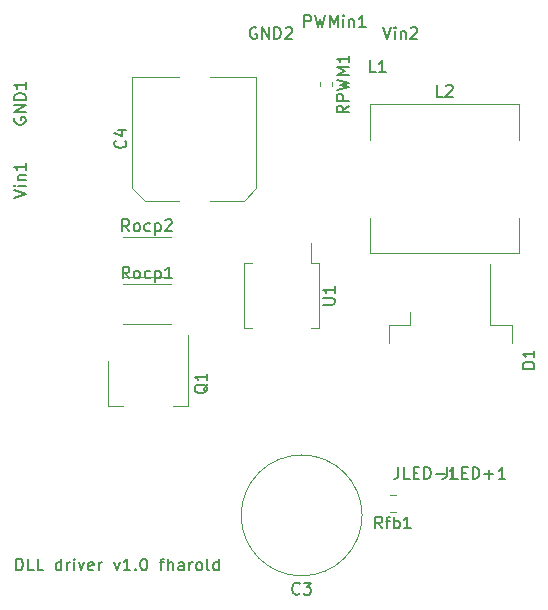
<source format=gbr>
%TF.GenerationSoftware,KiCad,Pcbnew,(5.1.6-0-10_14)*%
%TF.CreationDate,2021-01-01T01:37:36+01:00*%
%TF.ProjectId,driver,64726976-6572-42e6-9b69-6361645f7063,rev?*%
%TF.SameCoordinates,Original*%
%TF.FileFunction,Legend,Top*%
%TF.FilePolarity,Positive*%
%FSLAX46Y46*%
G04 Gerber Fmt 4.6, Leading zero omitted, Abs format (unit mm)*
G04 Created by KiCad (PCBNEW (5.1.6-0-10_14)) date 2021-01-01 01:37:36*
%MOMM*%
%LPD*%
G01*
G04 APERTURE LIST*
%ADD10C,0.150000*%
%ADD11C,0.120000*%
G04 APERTURE END LIST*
D10*
X27428571Y-74452380D02*
X27428571Y-73452380D01*
X27666666Y-73452380D01*
X27809523Y-73500000D01*
X27904761Y-73595238D01*
X27952380Y-73690476D01*
X28000000Y-73880952D01*
X28000000Y-74023809D01*
X27952380Y-74214285D01*
X27904761Y-74309523D01*
X27809523Y-74404761D01*
X27666666Y-74452380D01*
X27428571Y-74452380D01*
X28904761Y-74452380D02*
X28428571Y-74452380D01*
X28428571Y-73452380D01*
X29714285Y-74452380D02*
X29238095Y-74452380D01*
X29238095Y-73452380D01*
X31238095Y-74452380D02*
X31238095Y-73452380D01*
X31238095Y-74404761D02*
X31142857Y-74452380D01*
X30952380Y-74452380D01*
X30857142Y-74404761D01*
X30809523Y-74357142D01*
X30761904Y-74261904D01*
X30761904Y-73976190D01*
X30809523Y-73880952D01*
X30857142Y-73833333D01*
X30952380Y-73785714D01*
X31142857Y-73785714D01*
X31238095Y-73833333D01*
X31714285Y-74452380D02*
X31714285Y-73785714D01*
X31714285Y-73976190D02*
X31761904Y-73880952D01*
X31809523Y-73833333D01*
X31904761Y-73785714D01*
X32000000Y-73785714D01*
X32333333Y-74452380D02*
X32333333Y-73785714D01*
X32333333Y-73452380D02*
X32285714Y-73500000D01*
X32333333Y-73547619D01*
X32380952Y-73500000D01*
X32333333Y-73452380D01*
X32333333Y-73547619D01*
X32714285Y-73785714D02*
X32952380Y-74452380D01*
X33190476Y-73785714D01*
X33952380Y-74404761D02*
X33857142Y-74452380D01*
X33666666Y-74452380D01*
X33571428Y-74404761D01*
X33523809Y-74309523D01*
X33523809Y-73928571D01*
X33571428Y-73833333D01*
X33666666Y-73785714D01*
X33857142Y-73785714D01*
X33952380Y-73833333D01*
X34000000Y-73928571D01*
X34000000Y-74023809D01*
X33523809Y-74119047D01*
X34428571Y-74452380D02*
X34428571Y-73785714D01*
X34428571Y-73976190D02*
X34476190Y-73880952D01*
X34523809Y-73833333D01*
X34619047Y-73785714D01*
X34714285Y-73785714D01*
X35714285Y-73785714D02*
X35952380Y-74452380D01*
X36190476Y-73785714D01*
X37095238Y-74452380D02*
X36523809Y-74452380D01*
X36809523Y-74452380D02*
X36809523Y-73452380D01*
X36714285Y-73595238D01*
X36619047Y-73690476D01*
X36523809Y-73738095D01*
X37523809Y-74357142D02*
X37571428Y-74404761D01*
X37523809Y-74452380D01*
X37476190Y-74404761D01*
X37523809Y-74357142D01*
X37523809Y-74452380D01*
X38190476Y-73452380D02*
X38285714Y-73452380D01*
X38380952Y-73500000D01*
X38428571Y-73547619D01*
X38476190Y-73642857D01*
X38523809Y-73833333D01*
X38523809Y-74071428D01*
X38476190Y-74261904D01*
X38428571Y-74357142D01*
X38380952Y-74404761D01*
X38285714Y-74452380D01*
X38190476Y-74452380D01*
X38095238Y-74404761D01*
X38047619Y-74357142D01*
X38000000Y-74261904D01*
X37952380Y-74071428D01*
X37952380Y-73833333D01*
X38000000Y-73642857D01*
X38047619Y-73547619D01*
X38095238Y-73500000D01*
X38190476Y-73452380D01*
X39571428Y-73785714D02*
X39952380Y-73785714D01*
X39714285Y-74452380D02*
X39714285Y-73595238D01*
X39761904Y-73500000D01*
X39857142Y-73452380D01*
X39952380Y-73452380D01*
X40285714Y-74452380D02*
X40285714Y-73452380D01*
X40714285Y-74452380D02*
X40714285Y-73928571D01*
X40666666Y-73833333D01*
X40571428Y-73785714D01*
X40428571Y-73785714D01*
X40333333Y-73833333D01*
X40285714Y-73880952D01*
X41619047Y-74452380D02*
X41619047Y-73928571D01*
X41571428Y-73833333D01*
X41476190Y-73785714D01*
X41285714Y-73785714D01*
X41190476Y-73833333D01*
X41619047Y-74404761D02*
X41523809Y-74452380D01*
X41285714Y-74452380D01*
X41190476Y-74404761D01*
X41142857Y-74309523D01*
X41142857Y-74214285D01*
X41190476Y-74119047D01*
X41285714Y-74071428D01*
X41523809Y-74071428D01*
X41619047Y-74023809D01*
X42095238Y-74452380D02*
X42095238Y-73785714D01*
X42095238Y-73976190D02*
X42142857Y-73880952D01*
X42190476Y-73833333D01*
X42285714Y-73785714D01*
X42380952Y-73785714D01*
X42857142Y-74452380D02*
X42761904Y-74404761D01*
X42714285Y-74357142D01*
X42666666Y-74261904D01*
X42666666Y-73976190D01*
X42714285Y-73880952D01*
X42761904Y-73833333D01*
X42857142Y-73785714D01*
X43000000Y-73785714D01*
X43095238Y-73833333D01*
X43142857Y-73880952D01*
X43190476Y-73976190D01*
X43190476Y-74261904D01*
X43142857Y-74357142D01*
X43095238Y-74404761D01*
X43000000Y-74452380D01*
X42857142Y-74452380D01*
X43761904Y-74452380D02*
X43666666Y-74404761D01*
X43619047Y-74309523D01*
X43619047Y-73452380D01*
X44571428Y-74452380D02*
X44571428Y-73452380D01*
X44571428Y-74404761D02*
X44476190Y-74452380D01*
X44285714Y-74452380D01*
X44190476Y-74404761D01*
X44142857Y-74357142D01*
X44095238Y-74261904D01*
X44095238Y-73976190D01*
X44142857Y-73880952D01*
X44190476Y-73833333D01*
X44285714Y-73785714D01*
X44476190Y-73785714D01*
X44571428Y-73833333D01*
D11*
%TO.C,C3*%
X56720000Y-69800000D02*
G75*
G03*
X56720000Y-69800000I-5120000J0D01*
G01*
%TO.C,C4*%
X46695563Y-43160000D02*
X47760000Y-42095563D01*
X38304437Y-43160000D02*
X37240000Y-42095563D01*
X38304437Y-43160000D02*
X41190000Y-43160000D01*
X46695563Y-43160000D02*
X43810000Y-43160000D01*
X47760000Y-42095563D02*
X47760000Y-32640000D01*
X37240000Y-42095563D02*
X37240000Y-32640000D01*
X37240000Y-32640000D02*
X41190000Y-32640000D01*
X47760000Y-32640000D02*
X43810000Y-32640000D01*
%TO.C,D1*%
X60810000Y-53675000D02*
X60810000Y-52575000D01*
X59000000Y-53675000D02*
X60810000Y-53675000D01*
X59000000Y-55175000D02*
X59000000Y-53675000D01*
X67590000Y-53675000D02*
X67590000Y-48550000D01*
X69400000Y-53675000D02*
X67590000Y-53675000D01*
X69400000Y-55175000D02*
X69400000Y-53675000D01*
%TO.C,L2*%
X70000000Y-35000000D02*
X70000000Y-38000000D01*
X57400000Y-35000000D02*
X70000000Y-35000000D01*
X57400000Y-38000000D02*
X57400000Y-35000000D01*
X57400000Y-47600000D02*
X57400000Y-44600000D01*
X70000000Y-47600000D02*
X57400000Y-47600000D01*
X70000000Y-44600000D02*
X70000000Y-47600000D01*
%TO.C,Q1*%
X42010000Y-54500000D02*
X42010000Y-60510000D01*
X35190000Y-56750000D02*
X35190000Y-60510000D01*
X42010000Y-60510000D02*
X40750000Y-60510000D01*
X35190000Y-60510000D02*
X36450000Y-60510000D01*
%TO.C,Rfb1*%
X59586252Y-68090000D02*
X59063748Y-68090000D01*
X59586252Y-69510000D02*
X59063748Y-69510000D01*
%TO.C,Rocp1*%
X36460436Y-53610000D02*
X40564564Y-53610000D01*
X36460436Y-50190000D02*
X40564564Y-50190000D01*
%TO.C,Rocp2*%
X36447936Y-46190000D02*
X40552064Y-46190000D01*
X36447936Y-49610000D02*
X40552064Y-49610000D01*
%TO.C,RPWM1*%
X53190000Y-33128733D02*
X53190000Y-33471267D01*
X54210000Y-33128733D02*
X54210000Y-33471267D01*
%TO.C,U1*%
X52365000Y-48440000D02*
X52365000Y-46750000D01*
X53110000Y-48440000D02*
X52365000Y-48440000D01*
X53110000Y-51200000D02*
X53110000Y-48440000D01*
X53110000Y-53960000D02*
X52365000Y-53960000D01*
X53110000Y-51200000D02*
X53110000Y-53960000D01*
X46690000Y-48440000D02*
X47435000Y-48440000D01*
X46690000Y-51200000D02*
X46690000Y-48440000D01*
X46690000Y-53960000D02*
X47435000Y-53960000D01*
X46690000Y-51200000D02*
X46690000Y-53960000D01*
%TO.C,C3*%
D10*
X51433333Y-76407142D02*
X51385714Y-76454761D01*
X51242857Y-76502380D01*
X51147619Y-76502380D01*
X51004761Y-76454761D01*
X50909523Y-76359523D01*
X50861904Y-76264285D01*
X50814285Y-76073809D01*
X50814285Y-75930952D01*
X50861904Y-75740476D01*
X50909523Y-75645238D01*
X51004761Y-75550000D01*
X51147619Y-75502380D01*
X51242857Y-75502380D01*
X51385714Y-75550000D01*
X51433333Y-75597619D01*
X51766666Y-75502380D02*
X52385714Y-75502380D01*
X52052380Y-75883333D01*
X52195238Y-75883333D01*
X52290476Y-75930952D01*
X52338095Y-75978571D01*
X52385714Y-76073809D01*
X52385714Y-76311904D01*
X52338095Y-76407142D01*
X52290476Y-76454761D01*
X52195238Y-76502380D01*
X51909523Y-76502380D01*
X51814285Y-76454761D01*
X51766666Y-76407142D01*
%TO.C,C4*%
X36657142Y-38066666D02*
X36704761Y-38114285D01*
X36752380Y-38257142D01*
X36752380Y-38352380D01*
X36704761Y-38495238D01*
X36609523Y-38590476D01*
X36514285Y-38638095D01*
X36323809Y-38685714D01*
X36180952Y-38685714D01*
X35990476Y-38638095D01*
X35895238Y-38590476D01*
X35800000Y-38495238D01*
X35752380Y-38352380D01*
X35752380Y-38257142D01*
X35800000Y-38114285D01*
X35847619Y-38066666D01*
X36085714Y-37209523D02*
X36752380Y-37209523D01*
X35704761Y-37447619D02*
X36419047Y-37685714D01*
X36419047Y-37066666D01*
%TO.C,D1*%
X71302380Y-57363095D02*
X70302380Y-57363095D01*
X70302380Y-57125000D01*
X70350000Y-56982142D01*
X70445238Y-56886904D01*
X70540476Y-56839285D01*
X70730952Y-56791666D01*
X70873809Y-56791666D01*
X71064285Y-56839285D01*
X71159523Y-56886904D01*
X71254761Y-56982142D01*
X71302380Y-57125000D01*
X71302380Y-57363095D01*
X71302380Y-55839285D02*
X71302380Y-56410714D01*
X71302380Y-56125000D02*
X70302380Y-56125000D01*
X70445238Y-56220238D01*
X70540476Y-56315476D01*
X70588095Y-56410714D01*
%TO.C,GND1*%
X27290000Y-36138095D02*
X27242380Y-36233333D01*
X27242380Y-36376190D01*
X27290000Y-36519047D01*
X27385238Y-36614285D01*
X27480476Y-36661904D01*
X27670952Y-36709523D01*
X27813809Y-36709523D01*
X28004285Y-36661904D01*
X28099523Y-36614285D01*
X28194761Y-36519047D01*
X28242380Y-36376190D01*
X28242380Y-36280952D01*
X28194761Y-36138095D01*
X28147142Y-36090476D01*
X27813809Y-36090476D01*
X27813809Y-36280952D01*
X28242380Y-35661904D02*
X27242380Y-35661904D01*
X28242380Y-35090476D01*
X27242380Y-35090476D01*
X28242380Y-34614285D02*
X27242380Y-34614285D01*
X27242380Y-34376190D01*
X27290000Y-34233333D01*
X27385238Y-34138095D01*
X27480476Y-34090476D01*
X27670952Y-34042857D01*
X27813809Y-34042857D01*
X28004285Y-34090476D01*
X28099523Y-34138095D01*
X28194761Y-34233333D01*
X28242380Y-34376190D01*
X28242380Y-34614285D01*
X28242380Y-33090476D02*
X28242380Y-33661904D01*
X28242380Y-33376190D02*
X27242380Y-33376190D01*
X27385238Y-33471428D01*
X27480476Y-33566666D01*
X27528095Y-33661904D01*
%TO.C,GND2*%
X47761904Y-28500000D02*
X47666666Y-28452380D01*
X47523809Y-28452380D01*
X47380952Y-28500000D01*
X47285714Y-28595238D01*
X47238095Y-28690476D01*
X47190476Y-28880952D01*
X47190476Y-29023809D01*
X47238095Y-29214285D01*
X47285714Y-29309523D01*
X47380952Y-29404761D01*
X47523809Y-29452380D01*
X47619047Y-29452380D01*
X47761904Y-29404761D01*
X47809523Y-29357142D01*
X47809523Y-29023809D01*
X47619047Y-29023809D01*
X48238095Y-29452380D02*
X48238095Y-28452380D01*
X48809523Y-29452380D01*
X48809523Y-28452380D01*
X49285714Y-29452380D02*
X49285714Y-28452380D01*
X49523809Y-28452380D01*
X49666666Y-28500000D01*
X49761904Y-28595238D01*
X49809523Y-28690476D01*
X49857142Y-28880952D01*
X49857142Y-29023809D01*
X49809523Y-29214285D01*
X49761904Y-29309523D01*
X49666666Y-29404761D01*
X49523809Y-29452380D01*
X49285714Y-29452380D01*
X50238095Y-28547619D02*
X50285714Y-28500000D01*
X50380952Y-28452380D01*
X50619047Y-28452380D01*
X50714285Y-28500000D01*
X50761904Y-28547619D01*
X50809523Y-28642857D01*
X50809523Y-28738095D01*
X50761904Y-28880952D01*
X50190476Y-29452380D01*
X50809523Y-29452380D01*
%TO.C,JLED+1*%
X63890476Y-65712380D02*
X63890476Y-66426666D01*
X63842857Y-66569523D01*
X63747619Y-66664761D01*
X63604761Y-66712380D01*
X63509523Y-66712380D01*
X64842857Y-66712380D02*
X64366666Y-66712380D01*
X64366666Y-65712380D01*
X65176190Y-66188571D02*
X65509523Y-66188571D01*
X65652380Y-66712380D02*
X65176190Y-66712380D01*
X65176190Y-65712380D01*
X65652380Y-65712380D01*
X66080952Y-66712380D02*
X66080952Y-65712380D01*
X66319047Y-65712380D01*
X66461904Y-65760000D01*
X66557142Y-65855238D01*
X66604761Y-65950476D01*
X66652380Y-66140952D01*
X66652380Y-66283809D01*
X66604761Y-66474285D01*
X66557142Y-66569523D01*
X66461904Y-66664761D01*
X66319047Y-66712380D01*
X66080952Y-66712380D01*
X67080952Y-66331428D02*
X67842857Y-66331428D01*
X67461904Y-66712380D02*
X67461904Y-65950476D01*
X68842857Y-66712380D02*
X68271428Y-66712380D01*
X68557142Y-66712380D02*
X68557142Y-65712380D01*
X68461904Y-65855238D01*
X68366666Y-65950476D01*
X68271428Y-65998095D01*
%TO.C,JLED-1*%
X59790476Y-65712380D02*
X59790476Y-66426666D01*
X59742857Y-66569523D01*
X59647619Y-66664761D01*
X59504761Y-66712380D01*
X59409523Y-66712380D01*
X60742857Y-66712380D02*
X60266666Y-66712380D01*
X60266666Y-65712380D01*
X61076190Y-66188571D02*
X61409523Y-66188571D01*
X61552380Y-66712380D02*
X61076190Y-66712380D01*
X61076190Y-65712380D01*
X61552380Y-65712380D01*
X61980952Y-66712380D02*
X61980952Y-65712380D01*
X62219047Y-65712380D01*
X62361904Y-65760000D01*
X62457142Y-65855238D01*
X62504761Y-65950476D01*
X62552380Y-66140952D01*
X62552380Y-66283809D01*
X62504761Y-66474285D01*
X62457142Y-66569523D01*
X62361904Y-66664761D01*
X62219047Y-66712380D01*
X61980952Y-66712380D01*
X62980952Y-66331428D02*
X63742857Y-66331428D01*
X64742857Y-66712380D02*
X64171428Y-66712380D01*
X64457142Y-66712380D02*
X64457142Y-65712380D01*
X64361904Y-65855238D01*
X64266666Y-65950476D01*
X64171428Y-65998095D01*
%TO.C,L1*%
X57868333Y-32272380D02*
X57392142Y-32272380D01*
X57392142Y-31272380D01*
X58725476Y-32272380D02*
X58154047Y-32272380D01*
X58439761Y-32272380D02*
X58439761Y-31272380D01*
X58344523Y-31415238D01*
X58249285Y-31510476D01*
X58154047Y-31558095D01*
%TO.C,L2*%
X63533333Y-34352380D02*
X63057142Y-34352380D01*
X63057142Y-33352380D01*
X63819047Y-33447619D02*
X63866666Y-33400000D01*
X63961904Y-33352380D01*
X64200000Y-33352380D01*
X64295238Y-33400000D01*
X64342857Y-33447619D01*
X64390476Y-33542857D01*
X64390476Y-33638095D01*
X64342857Y-33780952D01*
X63771428Y-34352380D01*
X64390476Y-34352380D01*
%TO.C,PWMin1*%
X51828571Y-28452380D02*
X51828571Y-27452380D01*
X52209523Y-27452380D01*
X52304761Y-27500000D01*
X52352380Y-27547619D01*
X52400000Y-27642857D01*
X52400000Y-27785714D01*
X52352380Y-27880952D01*
X52304761Y-27928571D01*
X52209523Y-27976190D01*
X51828571Y-27976190D01*
X52733333Y-27452380D02*
X52971428Y-28452380D01*
X53161904Y-27738095D01*
X53352380Y-28452380D01*
X53590476Y-27452380D01*
X53971428Y-28452380D02*
X53971428Y-27452380D01*
X54304761Y-28166666D01*
X54638095Y-27452380D01*
X54638095Y-28452380D01*
X55114285Y-28452380D02*
X55114285Y-27785714D01*
X55114285Y-27452380D02*
X55066666Y-27500000D01*
X55114285Y-27547619D01*
X55161904Y-27500000D01*
X55114285Y-27452380D01*
X55114285Y-27547619D01*
X55590476Y-27785714D02*
X55590476Y-28452380D01*
X55590476Y-27880952D02*
X55638095Y-27833333D01*
X55733333Y-27785714D01*
X55876190Y-27785714D01*
X55971428Y-27833333D01*
X56019047Y-27928571D01*
X56019047Y-28452380D01*
X57019047Y-28452380D02*
X56447619Y-28452380D01*
X56733333Y-28452380D02*
X56733333Y-27452380D01*
X56638095Y-27595238D01*
X56542857Y-27690476D01*
X56447619Y-27738095D01*
%TO.C,Q1*%
X43647619Y-58695238D02*
X43600000Y-58790476D01*
X43504761Y-58885714D01*
X43361904Y-59028571D01*
X43314285Y-59123809D01*
X43314285Y-59219047D01*
X43552380Y-59171428D02*
X43504761Y-59266666D01*
X43409523Y-59361904D01*
X43219047Y-59409523D01*
X42885714Y-59409523D01*
X42695238Y-59361904D01*
X42600000Y-59266666D01*
X42552380Y-59171428D01*
X42552380Y-58980952D01*
X42600000Y-58885714D01*
X42695238Y-58790476D01*
X42885714Y-58742857D01*
X43219047Y-58742857D01*
X43409523Y-58790476D01*
X43504761Y-58885714D01*
X43552380Y-58980952D01*
X43552380Y-59171428D01*
X43552380Y-57790476D02*
X43552380Y-58361904D01*
X43552380Y-58076190D02*
X42552380Y-58076190D01*
X42695238Y-58171428D01*
X42790476Y-58266666D01*
X42838095Y-58361904D01*
%TO.C,Rfb1*%
X58420238Y-70902380D02*
X58086904Y-70426190D01*
X57848809Y-70902380D02*
X57848809Y-69902380D01*
X58229761Y-69902380D01*
X58325000Y-69950000D01*
X58372619Y-69997619D01*
X58420238Y-70092857D01*
X58420238Y-70235714D01*
X58372619Y-70330952D01*
X58325000Y-70378571D01*
X58229761Y-70426190D01*
X57848809Y-70426190D01*
X58705952Y-70235714D02*
X59086904Y-70235714D01*
X58848809Y-70902380D02*
X58848809Y-70045238D01*
X58896428Y-69950000D01*
X58991666Y-69902380D01*
X59086904Y-69902380D01*
X59420238Y-70902380D02*
X59420238Y-69902380D01*
X59420238Y-70283333D02*
X59515476Y-70235714D01*
X59705952Y-70235714D01*
X59801190Y-70283333D01*
X59848809Y-70330952D01*
X59896428Y-70426190D01*
X59896428Y-70711904D01*
X59848809Y-70807142D01*
X59801190Y-70854761D01*
X59705952Y-70902380D01*
X59515476Y-70902380D01*
X59420238Y-70854761D01*
X60848809Y-70902380D02*
X60277380Y-70902380D01*
X60563095Y-70902380D02*
X60563095Y-69902380D01*
X60467857Y-70045238D01*
X60372619Y-70140476D01*
X60277380Y-70188095D01*
%TO.C,Rocp1*%
X37012500Y-49732380D02*
X36679166Y-49256190D01*
X36441071Y-49732380D02*
X36441071Y-48732380D01*
X36822023Y-48732380D01*
X36917261Y-48780000D01*
X36964880Y-48827619D01*
X37012500Y-48922857D01*
X37012500Y-49065714D01*
X36964880Y-49160952D01*
X36917261Y-49208571D01*
X36822023Y-49256190D01*
X36441071Y-49256190D01*
X37583928Y-49732380D02*
X37488690Y-49684761D01*
X37441071Y-49637142D01*
X37393452Y-49541904D01*
X37393452Y-49256190D01*
X37441071Y-49160952D01*
X37488690Y-49113333D01*
X37583928Y-49065714D01*
X37726785Y-49065714D01*
X37822023Y-49113333D01*
X37869642Y-49160952D01*
X37917261Y-49256190D01*
X37917261Y-49541904D01*
X37869642Y-49637142D01*
X37822023Y-49684761D01*
X37726785Y-49732380D01*
X37583928Y-49732380D01*
X38774404Y-49684761D02*
X38679166Y-49732380D01*
X38488690Y-49732380D01*
X38393452Y-49684761D01*
X38345833Y-49637142D01*
X38298214Y-49541904D01*
X38298214Y-49256190D01*
X38345833Y-49160952D01*
X38393452Y-49113333D01*
X38488690Y-49065714D01*
X38679166Y-49065714D01*
X38774404Y-49113333D01*
X39202976Y-49065714D02*
X39202976Y-50065714D01*
X39202976Y-49113333D02*
X39298214Y-49065714D01*
X39488690Y-49065714D01*
X39583928Y-49113333D01*
X39631547Y-49160952D01*
X39679166Y-49256190D01*
X39679166Y-49541904D01*
X39631547Y-49637142D01*
X39583928Y-49684761D01*
X39488690Y-49732380D01*
X39298214Y-49732380D01*
X39202976Y-49684761D01*
X40631547Y-49732380D02*
X40060119Y-49732380D01*
X40345833Y-49732380D02*
X40345833Y-48732380D01*
X40250595Y-48875238D01*
X40155357Y-48970476D01*
X40060119Y-49018095D01*
%TO.C,Rocp2*%
X37000000Y-45732380D02*
X36666666Y-45256190D01*
X36428571Y-45732380D02*
X36428571Y-44732380D01*
X36809523Y-44732380D01*
X36904761Y-44780000D01*
X36952380Y-44827619D01*
X37000000Y-44922857D01*
X37000000Y-45065714D01*
X36952380Y-45160952D01*
X36904761Y-45208571D01*
X36809523Y-45256190D01*
X36428571Y-45256190D01*
X37571428Y-45732380D02*
X37476190Y-45684761D01*
X37428571Y-45637142D01*
X37380952Y-45541904D01*
X37380952Y-45256190D01*
X37428571Y-45160952D01*
X37476190Y-45113333D01*
X37571428Y-45065714D01*
X37714285Y-45065714D01*
X37809523Y-45113333D01*
X37857142Y-45160952D01*
X37904761Y-45256190D01*
X37904761Y-45541904D01*
X37857142Y-45637142D01*
X37809523Y-45684761D01*
X37714285Y-45732380D01*
X37571428Y-45732380D01*
X38761904Y-45684761D02*
X38666666Y-45732380D01*
X38476190Y-45732380D01*
X38380952Y-45684761D01*
X38333333Y-45637142D01*
X38285714Y-45541904D01*
X38285714Y-45256190D01*
X38333333Y-45160952D01*
X38380952Y-45113333D01*
X38476190Y-45065714D01*
X38666666Y-45065714D01*
X38761904Y-45113333D01*
X39190476Y-45065714D02*
X39190476Y-46065714D01*
X39190476Y-45113333D02*
X39285714Y-45065714D01*
X39476190Y-45065714D01*
X39571428Y-45113333D01*
X39619047Y-45160952D01*
X39666666Y-45256190D01*
X39666666Y-45541904D01*
X39619047Y-45637142D01*
X39571428Y-45684761D01*
X39476190Y-45732380D01*
X39285714Y-45732380D01*
X39190476Y-45684761D01*
X40047619Y-44827619D02*
X40095238Y-44780000D01*
X40190476Y-44732380D01*
X40428571Y-44732380D01*
X40523809Y-44780000D01*
X40571428Y-44827619D01*
X40619047Y-44922857D01*
X40619047Y-45018095D01*
X40571428Y-45160952D01*
X40000000Y-45732380D01*
X40619047Y-45732380D01*
%TO.C,RPWM1*%
X55582380Y-35109523D02*
X55106190Y-35442857D01*
X55582380Y-35680952D02*
X54582380Y-35680952D01*
X54582380Y-35300000D01*
X54630000Y-35204761D01*
X54677619Y-35157142D01*
X54772857Y-35109523D01*
X54915714Y-35109523D01*
X55010952Y-35157142D01*
X55058571Y-35204761D01*
X55106190Y-35300000D01*
X55106190Y-35680952D01*
X55582380Y-34680952D02*
X54582380Y-34680952D01*
X54582380Y-34300000D01*
X54630000Y-34204761D01*
X54677619Y-34157142D01*
X54772857Y-34109523D01*
X54915714Y-34109523D01*
X55010952Y-34157142D01*
X55058571Y-34204761D01*
X55106190Y-34300000D01*
X55106190Y-34680952D01*
X54582380Y-33776190D02*
X55582380Y-33538095D01*
X54868095Y-33347619D01*
X55582380Y-33157142D01*
X54582380Y-32919047D01*
X55582380Y-32538095D02*
X54582380Y-32538095D01*
X55296666Y-32204761D01*
X54582380Y-31871428D01*
X55582380Y-31871428D01*
X55582380Y-30871428D02*
X55582380Y-31442857D01*
X55582380Y-31157142D02*
X54582380Y-31157142D01*
X54725238Y-31252380D01*
X54820476Y-31347619D01*
X54868095Y-31442857D01*
%TO.C,U1*%
X53402380Y-51961904D02*
X54211904Y-51961904D01*
X54307142Y-51914285D01*
X54354761Y-51866666D01*
X54402380Y-51771428D01*
X54402380Y-51580952D01*
X54354761Y-51485714D01*
X54307142Y-51438095D01*
X54211904Y-51390476D01*
X53402380Y-51390476D01*
X54402380Y-50390476D02*
X54402380Y-50961904D01*
X54402380Y-50676190D02*
X53402380Y-50676190D01*
X53545238Y-50771428D01*
X53640476Y-50866666D01*
X53688095Y-50961904D01*
%TO.C,Vin1*%
X27242380Y-42900000D02*
X28242380Y-42566666D01*
X27242380Y-42233333D01*
X28242380Y-41900000D02*
X27575714Y-41900000D01*
X27242380Y-41900000D02*
X27290000Y-41947619D01*
X27337619Y-41900000D01*
X27290000Y-41852380D01*
X27242380Y-41900000D01*
X27337619Y-41900000D01*
X27575714Y-41423809D02*
X28242380Y-41423809D01*
X27670952Y-41423809D02*
X27623333Y-41376190D01*
X27575714Y-41280952D01*
X27575714Y-41138095D01*
X27623333Y-41042857D01*
X27718571Y-40995238D01*
X28242380Y-40995238D01*
X28242380Y-39995238D02*
X28242380Y-40566666D01*
X28242380Y-40280952D02*
X27242380Y-40280952D01*
X27385238Y-40376190D01*
X27480476Y-40471428D01*
X27528095Y-40566666D01*
%TO.C,Vin2*%
X58500000Y-28452380D02*
X58833333Y-29452380D01*
X59166666Y-28452380D01*
X59500000Y-29452380D02*
X59500000Y-28785714D01*
X59500000Y-28452380D02*
X59452380Y-28500000D01*
X59500000Y-28547619D01*
X59547619Y-28500000D01*
X59500000Y-28452380D01*
X59500000Y-28547619D01*
X59976190Y-28785714D02*
X59976190Y-29452380D01*
X59976190Y-28880952D02*
X60023809Y-28833333D01*
X60119047Y-28785714D01*
X60261904Y-28785714D01*
X60357142Y-28833333D01*
X60404761Y-28928571D01*
X60404761Y-29452380D01*
X60833333Y-28547619D02*
X60880952Y-28500000D01*
X60976190Y-28452380D01*
X61214285Y-28452380D01*
X61309523Y-28500000D01*
X61357142Y-28547619D01*
X61404761Y-28642857D01*
X61404761Y-28738095D01*
X61357142Y-28880952D01*
X60785714Y-29452380D01*
X61404761Y-29452380D01*
%TD*%
M02*

</source>
